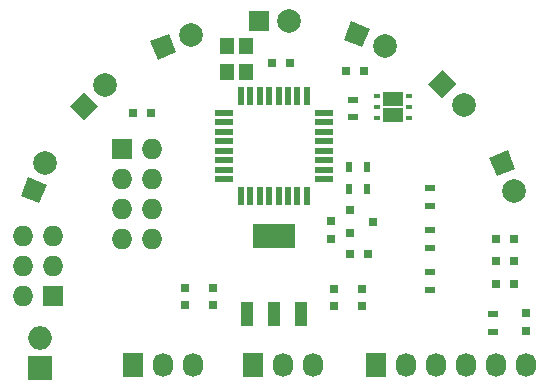
<source format=gts>
G04 #@! TF.FileFunction,Soldermask,Top*
%FSLAX46Y46*%
G04 Gerber Fmt 4.6, Leading zero omitted, Abs format (unit mm)*
G04 Created by KiCad (PCBNEW (2015-05-28 BZR 5690)-product) date Thursday, June 25, 2015 'AMt' 09:08:00 AM*
%MOMM*%
G01*
G04 APERTURE LIST*
%ADD10C,0.100000*%
%ADD11R,0.750000X0.800000*%
%ADD12R,0.800000X0.750000*%
%ADD13R,1.727200X1.727200*%
%ADD14O,1.727200X1.727200*%
%ADD15R,0.797560X0.797560*%
%ADD16R,0.550000X1.600000*%
%ADD17R,1.600000X0.550000*%
%ADD18R,1.727200X2.032000*%
%ADD19O,1.727200X2.032000*%
%ADD20R,0.900000X0.500000*%
%ADD21R,0.500000X0.900000*%
%ADD22R,0.800100X0.800100*%
%ADD23R,0.630000X0.450000*%
%ADD24R,0.850000X1.300000*%
%ADD25R,3.657600X2.032000*%
%ADD26R,1.016000X2.032000*%
%ADD27R,1.200000X1.400000*%
%ADD28C,1.998980*%
%ADD29R,1.699260X1.699260*%
%ADD30O,1.998980X1.998980*%
%ADD31R,1.998980X1.998980*%
G04 APERTURE END LIST*
D10*
D11*
X155956000Y-108369800D03*
X155956000Y-106869800D03*
D12*
X134505000Y-85725000D03*
X136005000Y-85725000D03*
D11*
X139446000Y-99072000D03*
X139446000Y-100572000D03*
D12*
X124194000Y-89916000D03*
X122694000Y-89916000D03*
X141109000Y-101879400D03*
X142609000Y-101879400D03*
X140728000Y-86360000D03*
X142228000Y-86360000D03*
D11*
X142087600Y-106287000D03*
X142087600Y-104787000D03*
X139700000Y-106287000D03*
X139700000Y-104787000D03*
X129463800Y-104710800D03*
X129463800Y-106210800D03*
X127076200Y-104710800D03*
X127076200Y-106210800D03*
D13*
X115951000Y-105410000D03*
D14*
X113411000Y-105410000D03*
X115951000Y-102870000D03*
X113411000Y-102870000D03*
X115951000Y-100330000D03*
X113411000Y-100330000D03*
D15*
X153428700Y-102489000D03*
X154927300Y-102489000D03*
X153428700Y-100558600D03*
X154927300Y-100558600D03*
D16*
X137420000Y-88460000D03*
X136620000Y-88460000D03*
X135820000Y-88460000D03*
X135020000Y-88460000D03*
X134220000Y-88460000D03*
X133420000Y-88460000D03*
X132620000Y-88460000D03*
X131820000Y-88460000D03*
D17*
X130370000Y-89910000D03*
X130370000Y-90710000D03*
X130370000Y-91510000D03*
X130370000Y-92310000D03*
X130370000Y-93110000D03*
X130370000Y-93910000D03*
X130370000Y-94710000D03*
X130370000Y-95510000D03*
D16*
X131820000Y-96960000D03*
X132620000Y-96960000D03*
X133420000Y-96960000D03*
X134220000Y-96960000D03*
X135020000Y-96960000D03*
X135820000Y-96960000D03*
X136620000Y-96960000D03*
X137420000Y-96960000D03*
D17*
X138870000Y-95510000D03*
X138870000Y-94710000D03*
X138870000Y-93910000D03*
X138870000Y-93110000D03*
X138870000Y-92310000D03*
X138870000Y-91510000D03*
X138870000Y-90710000D03*
X138870000Y-89910000D03*
D18*
X143256000Y-111252000D03*
D19*
X145796000Y-111252000D03*
X148336000Y-111252000D03*
X150876000Y-111252000D03*
X153416000Y-111252000D03*
X155956000Y-111252000D03*
D20*
X147828000Y-104890000D03*
X147828000Y-103390000D03*
X147828000Y-101334000D03*
X147828000Y-99834000D03*
X147828000Y-97778000D03*
X147828000Y-96278000D03*
X153162000Y-108446000D03*
X153162000Y-106946000D03*
D21*
X142482000Y-96342200D03*
X140982000Y-96342200D03*
D20*
X141351000Y-90285000D03*
X141351000Y-88785000D03*
D21*
X142482000Y-94513400D03*
X140982000Y-94513400D03*
D22*
X141036040Y-98160800D03*
X141036040Y-100060800D03*
X143035020Y-99110800D03*
D23*
X146037000Y-90373000D03*
X146037000Y-89423000D03*
X146037000Y-88473000D03*
X143357000Y-88473000D03*
X143357000Y-89423000D03*
X143357000Y-90373000D03*
D24*
X144272000Y-88773000D03*
X144272000Y-90073000D03*
X145122000Y-88773000D03*
X145122000Y-90073000D03*
D25*
X134620000Y-100330000D03*
D26*
X134620000Y-106934000D03*
X136906000Y-106934000D03*
X132334000Y-106934000D03*
D18*
X132842000Y-111252000D03*
D19*
X135382000Y-111252000D03*
X137922000Y-111252000D03*
D27*
X132245000Y-86444000D03*
X132245000Y-84244000D03*
X130645000Y-86444000D03*
X130645000Y-84244000D03*
D15*
X153428700Y-104394000D03*
X154927300Y-104394000D03*
D18*
X122682000Y-111252000D03*
D19*
X125222000Y-111252000D03*
X127762000Y-111252000D03*
D10*
G36*
X126381657Y-84762929D02*
X124811746Y-85413208D01*
X124161467Y-83843297D01*
X125731378Y-83193018D01*
X126381657Y-84762929D01*
X126381657Y-84762929D01*
G37*
D28*
X127618216Y-83331097D03*
D29*
X133374060Y-82092800D03*
D28*
X135914060Y-82092800D03*
D10*
G36*
X142114378Y-84370782D02*
X140544467Y-83720503D01*
X141194746Y-82150592D01*
X142764657Y-82800871D01*
X142114378Y-84370782D01*
X142114378Y-84370782D01*
G37*
D28*
X144001216Y-84232703D03*
D10*
G36*
X148902148Y-88661106D02*
X147700590Y-87459548D01*
X148902148Y-86257990D01*
X150103706Y-87459548D01*
X148902148Y-88661106D01*
X148902148Y-88661106D01*
G37*
D28*
X150698200Y-89255600D03*
D10*
G36*
X153508168Y-95283441D02*
X152857889Y-93713530D01*
X154427800Y-93063251D01*
X155078079Y-94633162D01*
X153508168Y-95283441D01*
X153508168Y-95283441D01*
G37*
D28*
X154940000Y-96520000D03*
D10*
G36*
X119767810Y-89332748D02*
X118566252Y-90534306D01*
X117364694Y-89332748D01*
X118566252Y-88131190D01*
X119767810Y-89332748D01*
X119767810Y-89332748D01*
G37*
D28*
X120362304Y-87536696D03*
D10*
G36*
X115409582Y-96010622D02*
X114759303Y-97580533D01*
X113189392Y-96930254D01*
X113839671Y-95360343D01*
X115409582Y-96010622D01*
X115409582Y-96010622D01*
G37*
D28*
X115271503Y-94123784D03*
D30*
X114808000Y-108966000D03*
D31*
X114808000Y-111506000D03*
D14*
X121793000Y-100584000D03*
X124333000Y-100584000D03*
X121793000Y-98044000D03*
X124333000Y-98044000D03*
X121793000Y-95504000D03*
X124333000Y-95504000D03*
D13*
X121793000Y-92964000D03*
D14*
X124333000Y-92964000D03*
M02*

</source>
